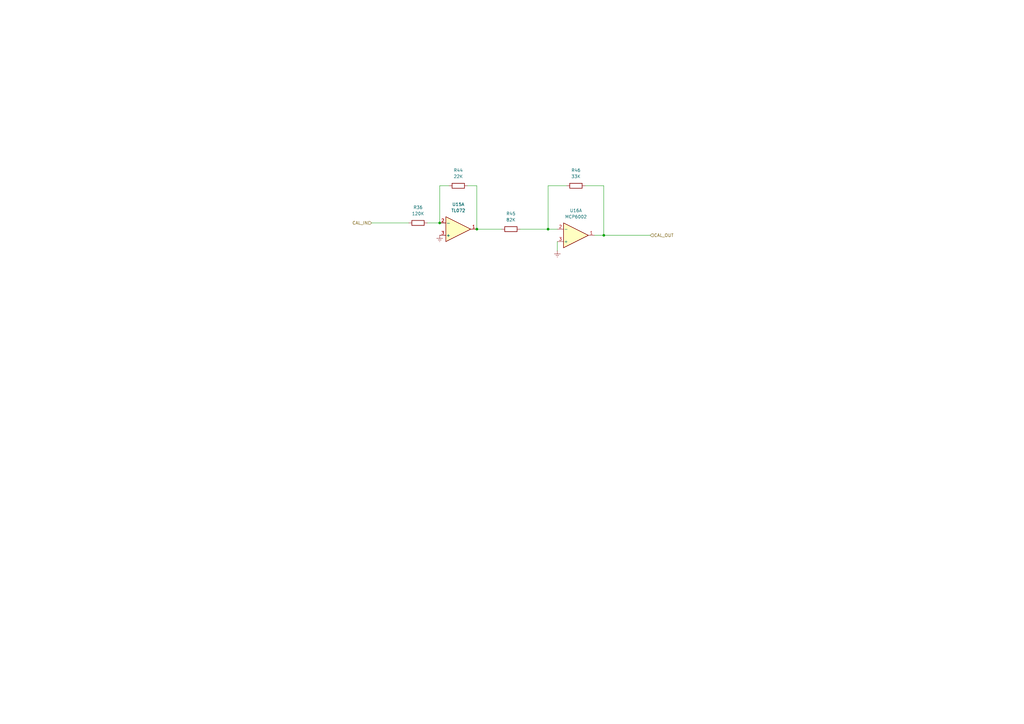
<source format=kicad_sch>
(kicad_sch (version 20250114) (generator "eeschema") (generator_version "9.0")
  (paper "A3")
  (lib_symbols
    (symbol "Amplifier_Operational:MCP6002-xSN" (pin_names (offset 0.127))
      (property "Reference" "U" (at 0 5.08 0))
      (property "Value" "MCP6002-xSN" (at 0 -5.08 0))
      (symbol "MCP6002-xSN_1_1"
        (polyline (pts (xy -5.08 5.08) (xy 5.08 0) (xy -5.08 -5.08) (xy -5.08 5.08)) (stroke (width 0.254)) (fill (type background)))
        (pin input line (at -7.62 2.54 0) (length 2.54) (name "+") (number "3"))
        (pin input line (at -7.62 -2.54 0) (length 2.54) (name "-") (number "2"))
        (pin output line (at 7.62 0 180) (length 2.54) (name "~") (number "1"))
      )
      (symbol "MCP6002-xSN_2_1"
        (polyline (pts (xy -5.08 5.08) (xy 5.08 0) (xy -5.08 -5.08) (xy -5.08 5.08)) (stroke (width 0.254)) (fill (type background)))
        (pin input line (at -7.62 2.54 0) (length 2.54) (name "+") (number "5"))
        (pin input line (at -7.62 -2.54 0) (length 2.54) (name "-") (number "6"))
        (pin output line (at 7.62 0 180) (length 2.54) (name "~") (number "7"))
      )
      (symbol "MCP6002-xSN_3_1"
        (pin power_in line (at -2.54 7.62 270) (length 3.81) (name "V+") (number "8"))
        (pin power_in line (at -2.54 -7.62 90) (length 3.81) (name "V-") (number "4"))
      )
    )
    (symbol "Amplifier_Operational:TL072" (pin_names (offset 0.127))
      (property "Reference" "U" (at 0 5.08 0))
      (property "Value" "TL072" (at 0 -5.08 0))
      (symbol "TL072_1_1"
        (polyline (pts (xy -5.08 5.08) (xy 5.08 0) (xy -5.08 -5.08) (xy -5.08 5.08)) (stroke (width 0.254)) (fill (type background)))
        (pin input line (at -7.62 2.54 0) (length 2.54) (name "+") (number "3"))
        (pin input line (at -7.62 -2.54 0) (length 2.54) (name "-") (number "2"))
        (pin output line (at 7.62 0 180) (length 2.54) (name "~") (number "1"))
      )
      (symbol "TL072_2_1"
        (polyline (pts (xy -5.08 5.08) (xy 5.08 0) (xy -5.08 -5.08) (xy -5.08 5.08)) (stroke (width 0.254)) (fill (type background)))
        (pin input line (at -7.62 2.54 0) (length 2.54) (name "+") (number "5"))
        (pin input line (at -7.62 -2.54 0) (length 2.54) (name "-") (number "6"))
        (pin output line (at 7.62 0 180) (length 2.54) (name "~") (number "7"))
      )
      (symbol "TL072_3_1"
        (pin power_in line (at -2.54 7.62 270) (length 3.81) (name "V+") (number "8"))
        (pin power_in line (at -2.54 -7.62 90) (length 3.81) (name "V-") (number "4"))
      )
    )
    (symbol "Device:R" (pin_numbers (hide yes)) (pin_names (offset 0))
      (property "Reference" "R" (at 2.032 0 90))
      (property "Value" "R" (at 0 0 90))
      (symbol "R_0_1"
        (rectangle (start -1.016 -2.54) (end 1.016 2.54) (stroke (width 0.254)))
      )
      (symbol "R_1_1"
        (pin passive line (at 0 3.81 270) (length 1.27) (name "~") (number "1"))
        (pin passive line (at 0 -3.81 90) (length 1.27) (name "~") (number "2"))
      )
    )
    (symbol "power:GNDREF" (power) (pin_numbers (hide yes)) (pin_names (offset 0) (hide yes))
      (property "Value" "GNDREF" (at 0 -3.81 0))
      (symbol "GNDREF_0_1"
        (polyline (pts (xy -0.635 -1.905) (xy 0.635 -1.905)))
        (polyline (pts (xy -0.127 -2.54) (xy 0.127 -2.54)))
        (polyline (pts (xy 0 -1.27) (xy 0 0)))
        (polyline (pts (xy 1.27 -1.27) (xy -1.27 -1.27)))
      )
      (symbol "GNDREF_1_1"
        (pin power_in line (at 0 0 270) (length 0) (name "~") (number "1"))
      )
    )
  )
  (junction (at 195.58 93.98))
  (junction (at 247.65 96.52))
  (junction (at 180.34 91.44))
  (junction (at 224.79 93.98))
  (wire (pts (xy 228.6 102.87) (xy 228.6 99.06)))
  (wire (pts (xy 213.36 93.98) (xy 224.79 93.98)))
  (wire (pts (xy 243.84 96.52) (xy 247.65 96.52)))
  (wire (pts (xy 224.79 93.98) (xy 228.6 93.98)))
  (wire (pts (xy 184.15 76.2) (xy 180.34 76.2)))
  (wire (pts (xy 167.64 91.44) (xy 152.4 91.44)))
  (wire (pts (xy 224.79 76.2) (xy 224.79 93.98)))
  (wire (pts (xy 195.58 76.2) (xy 195.58 93.98)))
  (wire (pts (xy 195.58 93.98) (xy 205.74 93.98)))
  (wire (pts (xy 240.03 76.2) (xy 247.65 76.2)))
  (wire (pts (xy 232.41 76.2) (xy 224.79 76.2)))
  (wire (pts (xy 175.26 91.44) (xy 180.34 91.44)))
  (wire (pts (xy 191.77 76.2) (xy 195.58 76.2)))
  (wire (pts (xy 247.65 96.52) (xy 266.7 96.52)))
  (wire (pts (xy 247.65 76.2) (xy 247.65 96.52)))
  (wire (pts (xy 180.34 76.2) (xy 180.34 91.44)))
  (hierarchical_label "CAL_OUT" (shape input) (at 266.7 96.52 0))
  (hierarchical_label "CAL_IN" (shape input) (at 152.4 91.44 180))
  (symbol (lib_id "Amplifier_Operational:TL072") (at 187.96 93.98 0) (mirror x) (unit 1)
    (property "Reference" "U10" (at 187.96 83.82 0))
    (property "Value" "TL072" (at 187.96 86.36 0))
    (property "Footprint" "Synth:SOIC-8" (effects (hide yes)))
    (property "Datasheet" "http://www.ti.com/lit/ds/symlink/tl071.pdf" (effects (hide yes)))
    (property "Description" "Dual Low-Noise JFET-Input Operational Amplifiers, DIP-8/SOIC-8" (effects (hide yes)))
    (instances (project "quantizer" (path "" (reference "U15") (unit 1)) (path "" (reference "U10") (unit 1))))
  )
  (symbol (lib_id "Device:R") (at 171.45 91.44 270) (unit 1)
    (property "Reference" "R32" (at 171.45 85.09 90))
    (property "Value" "120K" (at 171.45 87.63 90))
    (property "Footprint" "Resistor_SMD:R_0805_2012Metric_Pad1.20x1.40mm_HandSolder" (effects (hide yes)))
    (property "Description" "Resistor" (effects (hide yes)))
    (instances (project "quantizer" (path "" (reference "R36") (unit 1)) (path "" (reference "R32") (unit 1))))
  )
  (symbol (lib_id "Device:R") (at 209.55 93.98 270) (unit 1)
    (property "Reference" "R34" (at 209.55 87.63 90))
    (property "Value" "82K" (at 209.55 90.17 90))
    (property "Footprint" "Resistor_SMD:R_0805_2012Metric_Pad1.20x1.40mm_HandSolder" (effects (hide yes)))
    (property "Description" "Resistor" (effects (hide yes)))
    (instances (project "quantizer" (path "" (reference "R45") (unit 1)) (path "" (reference "R34") (unit 1))))
  )
  (symbol (lib_id "power:GNDREF") (at 228.6 102.87 0) (unit 1)
    (property "Reference" "#PWR063" (effects (hide yes)))
    (property "Value" "GNDREF" (effects (hide yes)))
    (property "Description" "Power symbol creates a global label with name \"GNDREF\" , reference supply ground" (effects (hide yes)))
    (instances (project "quantizer" (path "" (reference "#PWR065") (unit 1)) (path "" (reference "#PWR063") (unit 1))))
  )
  (symbol (lib_id "Amplifier_Operational:MCP6002-xSN") (at 236.22 96.52 0) (mirror x) (unit 1)
    (property "Reference" "U14" (at 236.22 86.36 0))
    (property "Value" "MCP6002" (at 236.22 88.9 0))
    (property "Footprint" "Synth:SOIC-8" (effects (hide yes)))
    (property "Datasheet" "http://ww1.microchip.com/downloads/en/DeviceDoc/21733j.pdf" (effects (hide yes)))
    (property "Description" "1MHz, Low-Power Op Amp, SOIC-8" (effects (hide yes)))
    (instances (project "quantizer" (path "" (reference "U16") (unit 1)) (path "" (reference "U14") (unit 1))))
  )
  (symbol (lib_id "power:GNDREF") (at 180.34 96.52 0) (unit 1)
    (property "Reference" "#PWR062" (effects (hide yes)))
    (property "Value" "GNDREF" (effects (hide yes)))
    (property "Description" "Power symbol creates a global label with name \"GNDREF\" , reference supply ground" (effects (hide yes)))
    (instances (project "quantizer" (path "" (reference "#PWR064") (unit 1)) (path "" (reference "#PWR062") (unit 1))))
  )
  (symbol (lib_id "Device:R") (at 236.22 76.2 270) (unit 1)
    (property "Reference" "R35" (at 236.22 69.85 90))
    (property "Value" "33K" (at 236.22 72.39 90))
    (property "Footprint" "Resistor_SMD:R_0805_2012Metric_Pad1.20x1.40mm_HandSolder" (effects (hide yes)))
    (property "Description" "Resistor" (effects (hide yes)))
    (instances (project "quantizer" (path "" (reference "R46") (unit 1)) (path "" (reference "R35") (unit 1))))
  )
  (symbol (lib_id "Device:R") (at 187.96 76.2 270) (unit 1)
    (property "Reference" "R33" (at 187.96 69.85 90))
    (property "Value" "22K" (at 187.96 72.39 90))
    (property "Footprint" "Resistor_SMD:R_0805_2012Metric_Pad1.20x1.40mm_HandSolder" (effects (hide yes)))
    (property "Description" "Resistor" (effects (hide yes)))
    (instances (project "quantizer" (path "" (reference "R44") (unit 1)) (path "" (reference "R33") (unit 1))))
  )
)
</source>
